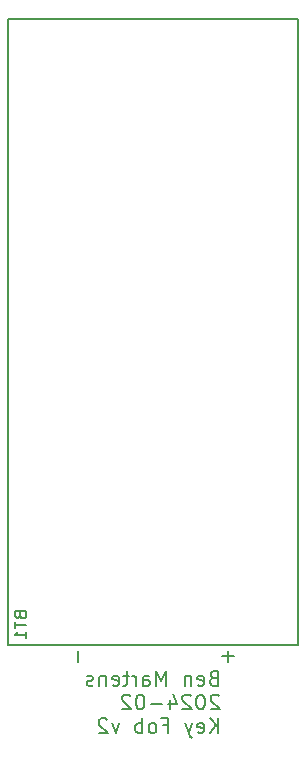
<source format=gbo>
%TF.GenerationSoftware,KiCad,Pcbnew,7.0.7*%
%TF.CreationDate,2024-02-09T14:16:11-05:00*%
%TF.ProjectId,key-fob-pcb,6b65792d-666f-4622-9d70-63622e6b6963,rev?*%
%TF.SameCoordinates,Original*%
%TF.FileFunction,Legend,Bot*%
%TF.FilePolarity,Positive*%
%FSLAX46Y46*%
G04 Gerber Fmt 4.6, Leading zero omitted, Abs format (unit mm)*
G04 Created by KiCad (PCBNEW 7.0.7) date 2024-02-09 14:16:11*
%MOMM*%
%LPD*%
G01*
G04 APERTURE LIST*
%ADD10C,0.152400*%
%ADD11C,0.150000*%
%ADD12C,0.127000*%
%ADD13C,1.734000*%
%ADD14C,6.400000*%
%ADD15C,3.600000*%
G04 APERTURE END LIST*
D10*
X156685451Y-150909336D02*
X156506879Y-150968860D01*
X156506879Y-150968860D02*
X156447356Y-151028384D01*
X156447356Y-151028384D02*
X156387832Y-151147432D01*
X156387832Y-151147432D02*
X156387832Y-151326003D01*
X156387832Y-151326003D02*
X156447356Y-151445051D01*
X156447356Y-151445051D02*
X156506879Y-151504575D01*
X156506879Y-151504575D02*
X156625927Y-151564098D01*
X156625927Y-151564098D02*
X157102117Y-151564098D01*
X157102117Y-151564098D02*
X157102117Y-150314098D01*
X157102117Y-150314098D02*
X156685451Y-150314098D01*
X156685451Y-150314098D02*
X156566403Y-150373622D01*
X156566403Y-150373622D02*
X156506879Y-150433146D01*
X156506879Y-150433146D02*
X156447356Y-150552194D01*
X156447356Y-150552194D02*
X156447356Y-150671241D01*
X156447356Y-150671241D02*
X156506879Y-150790289D01*
X156506879Y-150790289D02*
X156566403Y-150849813D01*
X156566403Y-150849813D02*
X156685451Y-150909336D01*
X156685451Y-150909336D02*
X157102117Y-150909336D01*
X155375927Y-151504575D02*
X155494975Y-151564098D01*
X155494975Y-151564098D02*
X155733070Y-151564098D01*
X155733070Y-151564098D02*
X155852117Y-151504575D01*
X155852117Y-151504575D02*
X155911641Y-151385527D01*
X155911641Y-151385527D02*
X155911641Y-150909336D01*
X155911641Y-150909336D02*
X155852117Y-150790289D01*
X155852117Y-150790289D02*
X155733070Y-150730765D01*
X155733070Y-150730765D02*
X155494975Y-150730765D01*
X155494975Y-150730765D02*
X155375927Y-150790289D01*
X155375927Y-150790289D02*
X155316403Y-150909336D01*
X155316403Y-150909336D02*
X155316403Y-151028384D01*
X155316403Y-151028384D02*
X155911641Y-151147432D01*
X154780688Y-150730765D02*
X154780688Y-151564098D01*
X154780688Y-150849813D02*
X154721165Y-150790289D01*
X154721165Y-150790289D02*
X154602117Y-150730765D01*
X154602117Y-150730765D02*
X154423546Y-150730765D01*
X154423546Y-150730765D02*
X154304498Y-150790289D01*
X154304498Y-150790289D02*
X154244974Y-150909336D01*
X154244974Y-150909336D02*
X154244974Y-151564098D01*
X152697355Y-151564098D02*
X152697355Y-150314098D01*
X152697355Y-150314098D02*
X152280689Y-151206955D01*
X152280689Y-151206955D02*
X151864022Y-150314098D01*
X151864022Y-150314098D02*
X151864022Y-151564098D01*
X150733070Y-151564098D02*
X150733070Y-150909336D01*
X150733070Y-150909336D02*
X150792594Y-150790289D01*
X150792594Y-150790289D02*
X150911642Y-150730765D01*
X150911642Y-150730765D02*
X151149737Y-150730765D01*
X151149737Y-150730765D02*
X151268784Y-150790289D01*
X150733070Y-151504575D02*
X150852118Y-151564098D01*
X150852118Y-151564098D02*
X151149737Y-151564098D01*
X151149737Y-151564098D02*
X151268784Y-151504575D01*
X151268784Y-151504575D02*
X151328308Y-151385527D01*
X151328308Y-151385527D02*
X151328308Y-151266479D01*
X151328308Y-151266479D02*
X151268784Y-151147432D01*
X151268784Y-151147432D02*
X151149737Y-151087908D01*
X151149737Y-151087908D02*
X150852118Y-151087908D01*
X150852118Y-151087908D02*
X150733070Y-151028384D01*
X150137832Y-151564098D02*
X150137832Y-150730765D01*
X150137832Y-150968860D02*
X150078309Y-150849813D01*
X150078309Y-150849813D02*
X150018785Y-150790289D01*
X150018785Y-150790289D02*
X149899737Y-150730765D01*
X149899737Y-150730765D02*
X149780690Y-150730765D01*
X149542594Y-150730765D02*
X149066403Y-150730765D01*
X149364022Y-150314098D02*
X149364022Y-151385527D01*
X149364022Y-151385527D02*
X149304499Y-151504575D01*
X149304499Y-151504575D02*
X149185451Y-151564098D01*
X149185451Y-151564098D02*
X149066403Y-151564098D01*
X148173546Y-151504575D02*
X148292594Y-151564098D01*
X148292594Y-151564098D02*
X148530689Y-151564098D01*
X148530689Y-151564098D02*
X148649736Y-151504575D01*
X148649736Y-151504575D02*
X148709260Y-151385527D01*
X148709260Y-151385527D02*
X148709260Y-150909336D01*
X148709260Y-150909336D02*
X148649736Y-150790289D01*
X148649736Y-150790289D02*
X148530689Y-150730765D01*
X148530689Y-150730765D02*
X148292594Y-150730765D01*
X148292594Y-150730765D02*
X148173546Y-150790289D01*
X148173546Y-150790289D02*
X148114022Y-150909336D01*
X148114022Y-150909336D02*
X148114022Y-151028384D01*
X148114022Y-151028384D02*
X148709260Y-151147432D01*
X147578307Y-150730765D02*
X147578307Y-151564098D01*
X147578307Y-150849813D02*
X147518784Y-150790289D01*
X147518784Y-150790289D02*
X147399736Y-150730765D01*
X147399736Y-150730765D02*
X147221165Y-150730765D01*
X147221165Y-150730765D02*
X147102117Y-150790289D01*
X147102117Y-150790289D02*
X147042593Y-150909336D01*
X147042593Y-150909336D02*
X147042593Y-151564098D01*
X146506879Y-151504575D02*
X146387832Y-151564098D01*
X146387832Y-151564098D02*
X146149736Y-151564098D01*
X146149736Y-151564098D02*
X146030689Y-151504575D01*
X146030689Y-151504575D02*
X145971165Y-151385527D01*
X145971165Y-151385527D02*
X145971165Y-151326003D01*
X145971165Y-151326003D02*
X146030689Y-151206955D01*
X146030689Y-151206955D02*
X146149736Y-151147432D01*
X146149736Y-151147432D02*
X146328308Y-151147432D01*
X146328308Y-151147432D02*
X146447355Y-151087908D01*
X146447355Y-151087908D02*
X146506879Y-150968860D01*
X146506879Y-150968860D02*
X146506879Y-150909336D01*
X146506879Y-150909336D02*
X146447355Y-150790289D01*
X146447355Y-150790289D02*
X146328308Y-150730765D01*
X146328308Y-150730765D02*
X146149736Y-150730765D01*
X146149736Y-150730765D02*
X146030689Y-150790289D01*
X157161641Y-152445646D02*
X157102117Y-152386122D01*
X157102117Y-152386122D02*
X156983070Y-152326598D01*
X156983070Y-152326598D02*
X156685451Y-152326598D01*
X156685451Y-152326598D02*
X156566403Y-152386122D01*
X156566403Y-152386122D02*
X156506879Y-152445646D01*
X156506879Y-152445646D02*
X156447356Y-152564694D01*
X156447356Y-152564694D02*
X156447356Y-152683741D01*
X156447356Y-152683741D02*
X156506879Y-152862313D01*
X156506879Y-152862313D02*
X157221165Y-153576598D01*
X157221165Y-153576598D02*
X156447356Y-153576598D01*
X155673546Y-152326598D02*
X155554499Y-152326598D01*
X155554499Y-152326598D02*
X155435451Y-152386122D01*
X155435451Y-152386122D02*
X155375927Y-152445646D01*
X155375927Y-152445646D02*
X155316403Y-152564694D01*
X155316403Y-152564694D02*
X155256880Y-152802789D01*
X155256880Y-152802789D02*
X155256880Y-153100408D01*
X155256880Y-153100408D02*
X155316403Y-153338503D01*
X155316403Y-153338503D02*
X155375927Y-153457551D01*
X155375927Y-153457551D02*
X155435451Y-153517075D01*
X155435451Y-153517075D02*
X155554499Y-153576598D01*
X155554499Y-153576598D02*
X155673546Y-153576598D01*
X155673546Y-153576598D02*
X155792594Y-153517075D01*
X155792594Y-153517075D02*
X155852118Y-153457551D01*
X155852118Y-153457551D02*
X155911641Y-153338503D01*
X155911641Y-153338503D02*
X155971165Y-153100408D01*
X155971165Y-153100408D02*
X155971165Y-152802789D01*
X155971165Y-152802789D02*
X155911641Y-152564694D01*
X155911641Y-152564694D02*
X155852118Y-152445646D01*
X155852118Y-152445646D02*
X155792594Y-152386122D01*
X155792594Y-152386122D02*
X155673546Y-152326598D01*
X154780689Y-152445646D02*
X154721165Y-152386122D01*
X154721165Y-152386122D02*
X154602118Y-152326598D01*
X154602118Y-152326598D02*
X154304499Y-152326598D01*
X154304499Y-152326598D02*
X154185451Y-152386122D01*
X154185451Y-152386122D02*
X154125927Y-152445646D01*
X154125927Y-152445646D02*
X154066404Y-152564694D01*
X154066404Y-152564694D02*
X154066404Y-152683741D01*
X154066404Y-152683741D02*
X154125927Y-152862313D01*
X154125927Y-152862313D02*
X154840213Y-153576598D01*
X154840213Y-153576598D02*
X154066404Y-153576598D01*
X152994975Y-152743265D02*
X152994975Y-153576598D01*
X153292594Y-152267075D02*
X153590213Y-153159932D01*
X153590213Y-153159932D02*
X152816404Y-153159932D01*
X152340213Y-153100408D02*
X151387833Y-153100408D01*
X150554499Y-152326598D02*
X150435452Y-152326598D01*
X150435452Y-152326598D02*
X150316404Y-152386122D01*
X150316404Y-152386122D02*
X150256880Y-152445646D01*
X150256880Y-152445646D02*
X150197356Y-152564694D01*
X150197356Y-152564694D02*
X150137833Y-152802789D01*
X150137833Y-152802789D02*
X150137833Y-153100408D01*
X150137833Y-153100408D02*
X150197356Y-153338503D01*
X150197356Y-153338503D02*
X150256880Y-153457551D01*
X150256880Y-153457551D02*
X150316404Y-153517075D01*
X150316404Y-153517075D02*
X150435452Y-153576598D01*
X150435452Y-153576598D02*
X150554499Y-153576598D01*
X150554499Y-153576598D02*
X150673547Y-153517075D01*
X150673547Y-153517075D02*
X150733071Y-153457551D01*
X150733071Y-153457551D02*
X150792594Y-153338503D01*
X150792594Y-153338503D02*
X150852118Y-153100408D01*
X150852118Y-153100408D02*
X150852118Y-152802789D01*
X150852118Y-152802789D02*
X150792594Y-152564694D01*
X150792594Y-152564694D02*
X150733071Y-152445646D01*
X150733071Y-152445646D02*
X150673547Y-152386122D01*
X150673547Y-152386122D02*
X150554499Y-152326598D01*
X149661642Y-152445646D02*
X149602118Y-152386122D01*
X149602118Y-152386122D02*
X149483071Y-152326598D01*
X149483071Y-152326598D02*
X149185452Y-152326598D01*
X149185452Y-152326598D02*
X149066404Y-152386122D01*
X149066404Y-152386122D02*
X149006880Y-152445646D01*
X149006880Y-152445646D02*
X148947357Y-152564694D01*
X148947357Y-152564694D02*
X148947357Y-152683741D01*
X148947357Y-152683741D02*
X149006880Y-152862313D01*
X149006880Y-152862313D02*
X149721166Y-153576598D01*
X149721166Y-153576598D02*
X148947357Y-153576598D01*
X157102117Y-155589098D02*
X157102117Y-154339098D01*
X156387832Y-155589098D02*
X156923546Y-154874813D01*
X156387832Y-154339098D02*
X157102117Y-155053384D01*
X155375927Y-155529575D02*
X155494975Y-155589098D01*
X155494975Y-155589098D02*
X155733070Y-155589098D01*
X155733070Y-155589098D02*
X155852117Y-155529575D01*
X155852117Y-155529575D02*
X155911641Y-155410527D01*
X155911641Y-155410527D02*
X155911641Y-154934336D01*
X155911641Y-154934336D02*
X155852117Y-154815289D01*
X155852117Y-154815289D02*
X155733070Y-154755765D01*
X155733070Y-154755765D02*
X155494975Y-154755765D01*
X155494975Y-154755765D02*
X155375927Y-154815289D01*
X155375927Y-154815289D02*
X155316403Y-154934336D01*
X155316403Y-154934336D02*
X155316403Y-155053384D01*
X155316403Y-155053384D02*
X155911641Y-155172432D01*
X154899736Y-154755765D02*
X154602117Y-155589098D01*
X154304498Y-154755765D02*
X154602117Y-155589098D01*
X154602117Y-155589098D02*
X154721165Y-155886717D01*
X154721165Y-155886717D02*
X154780688Y-155946241D01*
X154780688Y-155946241D02*
X154899736Y-156005765D01*
X152459260Y-154934336D02*
X152875926Y-154934336D01*
X152875926Y-155589098D02*
X152875926Y-154339098D01*
X152875926Y-154339098D02*
X152280688Y-154339098D01*
X151625926Y-155589098D02*
X151744974Y-155529575D01*
X151744974Y-155529575D02*
X151804497Y-155470051D01*
X151804497Y-155470051D02*
X151864021Y-155351003D01*
X151864021Y-155351003D02*
X151864021Y-154993860D01*
X151864021Y-154993860D02*
X151804497Y-154874813D01*
X151804497Y-154874813D02*
X151744974Y-154815289D01*
X151744974Y-154815289D02*
X151625926Y-154755765D01*
X151625926Y-154755765D02*
X151447355Y-154755765D01*
X151447355Y-154755765D02*
X151328307Y-154815289D01*
X151328307Y-154815289D02*
X151268783Y-154874813D01*
X151268783Y-154874813D02*
X151209259Y-154993860D01*
X151209259Y-154993860D02*
X151209259Y-155351003D01*
X151209259Y-155351003D02*
X151268783Y-155470051D01*
X151268783Y-155470051D02*
X151328307Y-155529575D01*
X151328307Y-155529575D02*
X151447355Y-155589098D01*
X151447355Y-155589098D02*
X151625926Y-155589098D01*
X150673545Y-155589098D02*
X150673545Y-154339098D01*
X150673545Y-154815289D02*
X150554498Y-154755765D01*
X150554498Y-154755765D02*
X150316403Y-154755765D01*
X150316403Y-154755765D02*
X150197355Y-154815289D01*
X150197355Y-154815289D02*
X150137831Y-154874813D01*
X150137831Y-154874813D02*
X150078307Y-154993860D01*
X150078307Y-154993860D02*
X150078307Y-155351003D01*
X150078307Y-155351003D02*
X150137831Y-155470051D01*
X150137831Y-155470051D02*
X150197355Y-155529575D01*
X150197355Y-155529575D02*
X150316403Y-155589098D01*
X150316403Y-155589098D02*
X150554498Y-155589098D01*
X150554498Y-155589098D02*
X150673545Y-155529575D01*
X148709260Y-154755765D02*
X148411641Y-155589098D01*
X148411641Y-155589098D02*
X148114022Y-154755765D01*
X147697355Y-154458146D02*
X147637831Y-154398622D01*
X147637831Y-154398622D02*
X147518784Y-154339098D01*
X147518784Y-154339098D02*
X147221165Y-154339098D01*
X147221165Y-154339098D02*
X147102117Y-154398622D01*
X147102117Y-154398622D02*
X147042593Y-154458146D01*
X147042593Y-154458146D02*
X146983070Y-154577194D01*
X146983070Y-154577194D02*
X146983070Y-154696241D01*
X146983070Y-154696241D02*
X147042593Y-154874813D01*
X147042593Y-154874813D02*
X147756879Y-155589098D01*
X147756879Y-155589098D02*
X146983070Y-155589098D01*
D11*
X140331009Y-145614285D02*
X140378628Y-145757142D01*
X140378628Y-145757142D02*
X140426247Y-145804761D01*
X140426247Y-145804761D02*
X140521485Y-145852380D01*
X140521485Y-145852380D02*
X140664342Y-145852380D01*
X140664342Y-145852380D02*
X140759580Y-145804761D01*
X140759580Y-145804761D02*
X140807200Y-145757142D01*
X140807200Y-145757142D02*
X140854819Y-145661904D01*
X140854819Y-145661904D02*
X140854819Y-145280952D01*
X140854819Y-145280952D02*
X139854819Y-145280952D01*
X139854819Y-145280952D02*
X139854819Y-145614285D01*
X139854819Y-145614285D02*
X139902438Y-145709523D01*
X139902438Y-145709523D02*
X139950057Y-145757142D01*
X139950057Y-145757142D02*
X140045295Y-145804761D01*
X140045295Y-145804761D02*
X140140533Y-145804761D01*
X140140533Y-145804761D02*
X140235771Y-145757142D01*
X140235771Y-145757142D02*
X140283390Y-145709523D01*
X140283390Y-145709523D02*
X140331009Y-145614285D01*
X140331009Y-145614285D02*
X140331009Y-145280952D01*
X139854819Y-146138095D02*
X139854819Y-146709523D01*
X140854819Y-146423809D02*
X139854819Y-146423809D01*
X140854819Y-147566666D02*
X140854819Y-146995238D01*
X140854819Y-147280952D02*
X139854819Y-147280952D01*
X139854819Y-147280952D02*
X139997676Y-147185714D01*
X139997676Y-147185714D02*
X140092914Y-147090476D01*
X140092914Y-147090476D02*
X140140533Y-146995238D01*
D12*
%TO.C,BT1*%
X157450000Y-149095000D02*
X158450000Y-149095000D01*
X157950000Y-148595000D02*
X157950000Y-149595000D01*
X145250000Y-148595000D02*
X145250000Y-149595000D01*
X163895000Y-148090000D02*
X163895000Y-95110000D01*
X139305000Y-148090000D02*
X163895000Y-148090000D01*
X163895000Y-95110000D02*
X139305000Y-95110000D01*
X139305000Y-95110000D02*
X139305000Y-148090000D01*
%TD*%
%LPC*%
D13*
%TO.C,BT1*%
X157950000Y-145500000D03*
X145250000Y-145500000D03*
%TD*%
D14*
%TO.C,REF\u002A\u002A*%
X142750000Y-91000000D03*
D15*
X142750000Y-91000000D03*
%TD*%
D14*
%TO.C,REF\u002A\u002A*%
X163250000Y-152500000D03*
D15*
X163250000Y-152500000D03*
%TD*%
%LPD*%
M02*

</source>
